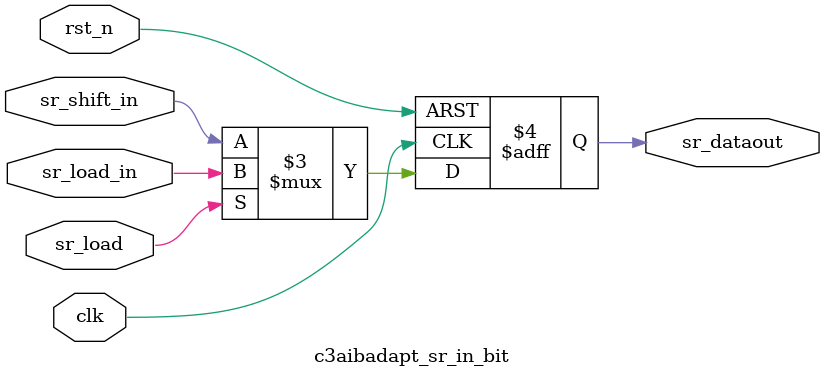
<source format=v>

module c3aibadapt_sr_in_bit
 #(
    parameter RESET_VAL    = 0     // Reset value
  )
(
input wire  sr_load_in,
input wire  sr_shift_in,
input wire  sr_load,
input wire  clk,
input wire  rst_n,

output reg  sr_dataout
);

localparam reset_value = (RESET_VAL == 1) ? 1'b1 : 1'b0;

always @(negedge rst_n or posedge clk)
  if (rst_n == 1'b0)
    begin
      sr_dataout <= reset_value;
    end
  else
    begin
      sr_dataout <= sr_load ? sr_load_in : sr_shift_in;
    end


endmodule

</source>
